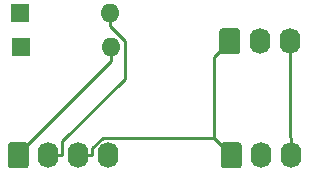
<source format=gbr>
G04 #@! TF.GenerationSoftware,KiCad,Pcbnew,(5.1.5-0-10_14)*
G04 #@! TF.CreationDate,2021-03-15T05:52:22+10:00*
G04 #@! TF.ProjectId,OH - Left Console - 13 Antenna Select Panel,4f48202d-204c-4656-9674-20436f6e736f,rev?*
G04 #@! TF.SameCoordinates,Original*
G04 #@! TF.FileFunction,Copper,L2,Bot*
G04 #@! TF.FilePolarity,Positive*
%FSLAX46Y46*%
G04 Gerber Fmt 4.6, Leading zero omitted, Abs format (unit mm)*
G04 Created by KiCad (PCBNEW (5.1.5-0-10_14)) date 2021-03-15 05:52:22*
%MOMM*%
%LPD*%
G04 APERTURE LIST*
%ADD10O,1.740000X2.200000*%
%ADD11C,0.100000*%
%ADD12O,1.600000X1.600000*%
%ADD13R,1.600000X1.600000*%
%ADD14C,0.250000*%
G04 APERTURE END LIST*
D10*
X130683000Y-76708000D03*
X128143000Y-76708000D03*
G04 #@! TA.AperFunction,ComponentPad*
D11*
G36*
X126247505Y-75609204D02*
G01*
X126271773Y-75612804D01*
X126295572Y-75618765D01*
X126318671Y-75627030D01*
X126340850Y-75637520D01*
X126361893Y-75650132D01*
X126381599Y-75664747D01*
X126399777Y-75681223D01*
X126416253Y-75699401D01*
X126430868Y-75719107D01*
X126443480Y-75740150D01*
X126453970Y-75762329D01*
X126462235Y-75785428D01*
X126468196Y-75809227D01*
X126471796Y-75833495D01*
X126473000Y-75857999D01*
X126473000Y-77558001D01*
X126471796Y-77582505D01*
X126468196Y-77606773D01*
X126462235Y-77630572D01*
X126453970Y-77653671D01*
X126443480Y-77675850D01*
X126430868Y-77696893D01*
X126416253Y-77716599D01*
X126399777Y-77734777D01*
X126381599Y-77751253D01*
X126361893Y-77765868D01*
X126340850Y-77778480D01*
X126318671Y-77788970D01*
X126295572Y-77797235D01*
X126271773Y-77803196D01*
X126247505Y-77806796D01*
X126223001Y-77808000D01*
X124982999Y-77808000D01*
X124958495Y-77806796D01*
X124934227Y-77803196D01*
X124910428Y-77797235D01*
X124887329Y-77788970D01*
X124865150Y-77778480D01*
X124844107Y-77765868D01*
X124824401Y-77751253D01*
X124806223Y-77734777D01*
X124789747Y-77716599D01*
X124775132Y-77696893D01*
X124762520Y-77675850D01*
X124752030Y-77653671D01*
X124743765Y-77630572D01*
X124737804Y-77606773D01*
X124734204Y-77582505D01*
X124733000Y-77558001D01*
X124733000Y-75857999D01*
X124734204Y-75833495D01*
X124737804Y-75809227D01*
X124743765Y-75785428D01*
X124752030Y-75762329D01*
X124762520Y-75740150D01*
X124775132Y-75719107D01*
X124789747Y-75699401D01*
X124806223Y-75681223D01*
X124824401Y-75664747D01*
X124844107Y-75650132D01*
X124865150Y-75637520D01*
X124887329Y-75627030D01*
X124910428Y-75618765D01*
X124934227Y-75612804D01*
X124958495Y-75609204D01*
X124982999Y-75608000D01*
X126223001Y-75608000D01*
X126247505Y-75609204D01*
G37*
G04 #@! TD.AperFunction*
D10*
X130810000Y-86360000D03*
X128270000Y-86360000D03*
G04 #@! TA.AperFunction,ComponentPad*
D11*
G36*
X126374505Y-85261204D02*
G01*
X126398773Y-85264804D01*
X126422572Y-85270765D01*
X126445671Y-85279030D01*
X126467850Y-85289520D01*
X126488893Y-85302132D01*
X126508599Y-85316747D01*
X126526777Y-85333223D01*
X126543253Y-85351401D01*
X126557868Y-85371107D01*
X126570480Y-85392150D01*
X126580970Y-85414329D01*
X126589235Y-85437428D01*
X126595196Y-85461227D01*
X126598796Y-85485495D01*
X126600000Y-85509999D01*
X126600000Y-87210001D01*
X126598796Y-87234505D01*
X126595196Y-87258773D01*
X126589235Y-87282572D01*
X126580970Y-87305671D01*
X126570480Y-87327850D01*
X126557868Y-87348893D01*
X126543253Y-87368599D01*
X126526777Y-87386777D01*
X126508599Y-87403253D01*
X126488893Y-87417868D01*
X126467850Y-87430480D01*
X126445671Y-87440970D01*
X126422572Y-87449235D01*
X126398773Y-87455196D01*
X126374505Y-87458796D01*
X126350001Y-87460000D01*
X125109999Y-87460000D01*
X125085495Y-87458796D01*
X125061227Y-87455196D01*
X125037428Y-87449235D01*
X125014329Y-87440970D01*
X124992150Y-87430480D01*
X124971107Y-87417868D01*
X124951401Y-87403253D01*
X124933223Y-87386777D01*
X124916747Y-87368599D01*
X124902132Y-87348893D01*
X124889520Y-87327850D01*
X124879030Y-87305671D01*
X124870765Y-87282572D01*
X124864804Y-87258773D01*
X124861204Y-87234505D01*
X124860000Y-87210001D01*
X124860000Y-85509999D01*
X124861204Y-85485495D01*
X124864804Y-85461227D01*
X124870765Y-85437428D01*
X124879030Y-85414329D01*
X124889520Y-85392150D01*
X124902132Y-85371107D01*
X124916747Y-85351401D01*
X124933223Y-85333223D01*
X124951401Y-85316747D01*
X124971107Y-85302132D01*
X124992150Y-85289520D01*
X125014329Y-85279030D01*
X125037428Y-85270765D01*
X125061227Y-85264804D01*
X125085495Y-85261204D01*
X125109999Y-85260000D01*
X126350001Y-85260000D01*
X126374505Y-85261204D01*
G37*
G04 #@! TD.AperFunction*
D10*
X115316000Y-86360000D03*
X112776000Y-86360000D03*
X110236000Y-86360000D03*
G04 #@! TA.AperFunction,ComponentPad*
D11*
G36*
X108340505Y-85261204D02*
G01*
X108364773Y-85264804D01*
X108388572Y-85270765D01*
X108411671Y-85279030D01*
X108433850Y-85289520D01*
X108454893Y-85302132D01*
X108474599Y-85316747D01*
X108492777Y-85333223D01*
X108509253Y-85351401D01*
X108523868Y-85371107D01*
X108536480Y-85392150D01*
X108546970Y-85414329D01*
X108555235Y-85437428D01*
X108561196Y-85461227D01*
X108564796Y-85485495D01*
X108566000Y-85509999D01*
X108566000Y-87210001D01*
X108564796Y-87234505D01*
X108561196Y-87258773D01*
X108555235Y-87282572D01*
X108546970Y-87305671D01*
X108536480Y-87327850D01*
X108523868Y-87348893D01*
X108509253Y-87368599D01*
X108492777Y-87386777D01*
X108474599Y-87403253D01*
X108454893Y-87417868D01*
X108433850Y-87430480D01*
X108411671Y-87440970D01*
X108388572Y-87449235D01*
X108364773Y-87455196D01*
X108340505Y-87458796D01*
X108316001Y-87460000D01*
X107075999Y-87460000D01*
X107051495Y-87458796D01*
X107027227Y-87455196D01*
X107003428Y-87449235D01*
X106980329Y-87440970D01*
X106958150Y-87430480D01*
X106937107Y-87417868D01*
X106917401Y-87403253D01*
X106899223Y-87386777D01*
X106882747Y-87368599D01*
X106868132Y-87348893D01*
X106855520Y-87327850D01*
X106845030Y-87305671D01*
X106836765Y-87282572D01*
X106830804Y-87258773D01*
X106827204Y-87234505D01*
X106826000Y-87210001D01*
X106826000Y-85509999D01*
X106827204Y-85485495D01*
X106830804Y-85461227D01*
X106836765Y-85437428D01*
X106845030Y-85414329D01*
X106855520Y-85392150D01*
X106868132Y-85371107D01*
X106882747Y-85351401D01*
X106899223Y-85333223D01*
X106917401Y-85316747D01*
X106937107Y-85302132D01*
X106958150Y-85289520D01*
X106980329Y-85279030D01*
X107003428Y-85270765D01*
X107027227Y-85264804D01*
X107051495Y-85261204D01*
X107075999Y-85260000D01*
X108316001Y-85260000D01*
X108340505Y-85261204D01*
G37*
G04 #@! TD.AperFunction*
D12*
X115461000Y-74319000D03*
D13*
X107841000Y-74319000D03*
D12*
X115570000Y-77216000D03*
D13*
X107950000Y-77216000D03*
D14*
X115570000Y-77216000D02*
X115570000Y-78341300D01*
X115570000Y-78341300D02*
X107696000Y-86215300D01*
X107696000Y-86215300D02*
X107696000Y-86360000D01*
X110236000Y-86360000D02*
X111431300Y-86360000D01*
X115461000Y-74319000D02*
X115461000Y-75444300D01*
X115461000Y-75444300D02*
X116697900Y-76681200D01*
X116697900Y-76681200D02*
X116697900Y-79898100D01*
X116697900Y-79898100D02*
X111431300Y-85164700D01*
X111431300Y-85164700D02*
X111431300Y-86360000D01*
X130810000Y-86360000D02*
X130810000Y-84934700D01*
X130810000Y-84934700D02*
X130683000Y-84807700D01*
X130683000Y-84807700D02*
X130683000Y-76708000D01*
X124261100Y-84891100D02*
X125730000Y-86360000D01*
X113971300Y-86360000D02*
X113971300Y-85762300D01*
X113971300Y-85762300D02*
X114842500Y-84891100D01*
X114842500Y-84891100D02*
X124261100Y-84891100D01*
X124261100Y-84891100D02*
X124261100Y-78049900D01*
X124261100Y-78049900D02*
X125603000Y-76708000D01*
X112776000Y-86360000D02*
X113971300Y-86360000D01*
M02*

</source>
